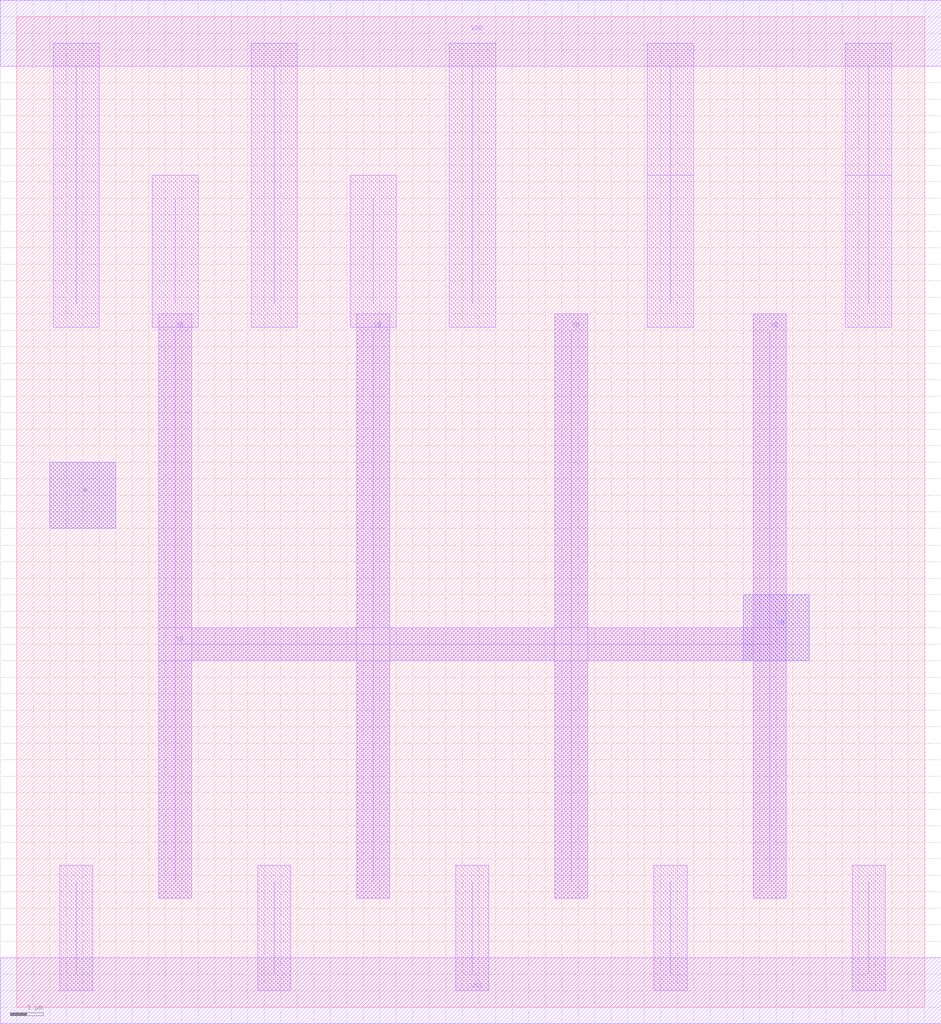
<source format=lef>
VERSION 5.5 ;
NAMESCASESENSITIVE ON ;
BUSBITCHARS "[]" ;
DIVIDERCHAR "/" ;

MACRO inv8
  CLASS CORE ;
  SOURCE USER ;
  ORIGIN 0 0 ;
  SIZE 27.500 BY 30.000 ;
  SYMMETRY X Y ;
  SITE unit ;
  
  PIN A
    USE SIGNAL ;
    PORT
      LAYER ML2 ;
        POLYGON 1.000 14.500  1.000 16.500  3.000 16.500  3.000 14.500  1.000 
        14.500  ;
    END
    PORT
      LAYER ML1 ;
        POLYGON 1.000 14.500  1.000 16.500  3.000 16.500  3.000 14.500  1.000 
        14.500  ;
    END
  END A
  PIN VDD
    USE POWER ;
    PORT
      LAYER ML1 ;
        RECT -0.500 28.500  28.000 30.500  ;
    END
  END VDD
  PIN VSS
    USE GROUND ;
    PORT
      LAYER ML1 ;
        RECT -0.500 -0.500  28.000 1.500  ;
    END
  END VSS
  PIN YB
    USE SIGNAL ;
    PORT
      LAYER ML1 ;
        WIDTH 1.000  ;
        PATH 4.800 11.000 22.800 11.000  ;
    END
    PORT
      LAYER ML1 ;
        WIDTH 1.000  ;
        PATH 4.800 20.500 4.800 3.800  ;
    END
    PORT
      LAYER ML1 ;
        WIDTH 1.000  ;
        PATH 10.800 20.500 10.800 3.800  ;
    END
    PORT
      LAYER ML1 ;
        WIDTH 1.000  ;
        PATH 16.800 20.500 16.800 3.800  ;
    END
    PORT
      LAYER ML1 ;
        POLYGON 22.000 10.500  22.000 12.500  24.000 12.500  24.000 10.500  
        22.000 10.500  ;
    END
    PORT
      LAYER ML2 ;
        POLYGON 22.000 10.500  22.000 12.500  24.000 12.500  24.000 10.500  
        22.000 10.500  ;
    END
    PORT
      LAYER ML1 ;
        WIDTH 1.000  ;
        PATH 22.800 20.500 22.800 3.800  ;
    END
  END YB
  OBS

    LAYER ML1 ;
      WIDTH 1.000  ;
      PATH 1.800 1.000 1.800 3.800  ;
      WIDTH 1.400  ;
      PATH 1.800 21.300 1.800 28.500  ;
      WIDTH 1.000  ;
      PATH 4.800 20.500 4.800 3.800  ;
      WIDTH 1.400  ;
      PATH 4.800 21.300 4.800 24.500  ;
      WIDTH 1.000  ;
      PATH 7.800 1.000 7.800 3.800  ;
      WIDTH 1.400  ;
      PATH 7.800 21.300 7.800 28.500  ;
      WIDTH 1.000  ;
      PATH 10.800 20.500 10.800 3.800  ;
      WIDTH 1.400  ;
      PATH 10.800 21.300 10.800 24.500  ;

      WIDTH 1.400  ;
      PATH 13.800 21.300 13.800 28.500  ;
      WIDTH 1.000  ;
      PATH 4.800 11.000 22.800 11.000  ;
      WIDTH 1.000  ;
      PATH 13.800 1.000 13.800 3.800  ;
      WIDTH 1.000  ;
      PATH 16.800 20.500 16.800 3.800  ;
      WIDTH 1.400  ;
      PATH 19.800 21.300 19.800 24.500  ;
      WIDTH 1.400  ;
      PATH 19.800 21.300 19.800 28.500  ;
      WIDTH 1.000  ;
      PATH 19.800 1.000 19.800 3.800  ;
      WIDTH 1.000  ;
      PATH 22.800 20.500 22.800 3.800  ;
      WIDTH 1.400  ;
      PATH 25.800 21.300 25.800 24.500  ;
      WIDTH 1.400  ;
      PATH 25.800 21.300 25.800 28.500  ;
      WIDTH 1.000  ;
      PATH 25.800 1.000 25.800 3.800  ;

    VIA 1.800 3.800  dcont ;
    VIA 1.800 22.500  dcont ;
    VIA 1.800 20.500  dcont ;
    VIA 1.800 24.500  dcont ;
    VIA 4.800 3.800  dcont ;
    VIA 4.800 22.500  dcont ;
    VIA 4.800 20.500  dcont ;
    VIA 4.800 24.500  dcont ;
    VIA 7.800 3.800  dcont ;
    VIA 7.800 20.500  dcont ;
    VIA 7.800 22.500  dcont ;
    VIA 7.800 24.500  dcont ;
    VIA 10.800 24.500  dcont ;
    VIA 10.800 20.500  dcont ;
    VIA 10.800 22.500  dcont ;
    VIA 10.800 3.800  dcont ;
    VIA 13.800 20.500  dcont ;
    VIA 13.800 22.500  dcont ;
    VIA 13.800 24.500  dcont ;
    VIA 13.800 3.800  dcont ;
    VIA 16.800 24.500  dcont ;
    VIA 16.800 20.500  dcont ;
    VIA 16.800 22.500  dcont ;
    VIA 16.800 3.800  dcont ;
    VIA 19.800 24.500  dcont ;
    VIA 19.800 20.500  dcont ;
    VIA 19.800 22.500  dcont ;
    VIA 19.800 3.800  dcont ;
    VIA 22.800 24.500  dcont ;
    VIA 22.800 22.500  dcont ;
    VIA 22.800 20.500  dcont ;
    VIA 22.800 3.800  dcont ;
    VIA 25.800 22.500  dcont ;
    VIA 25.800 20.500  dcont ;
    VIA 25.800 24.500  dcont ;
    VIA 25.800 3.800  dcont ;
    VIA 5.000 29.500  nsubcont ;
    VIA 18.300 0.500  psubcont ;
    VIA 2.000 15.500  pcont ;
    VIA 5.000 0.500  psubcont ;
    VIA 19.100 29.500  nsubcont ;
  END
END inv8

MACRO dcont
  CLASS CORE ;
  OBS
    LAYER ML1 ;
      RECT -1.000 -1.000  1.000 1.000  ;
  END
END dcont

MACRO nsubcont
  CLASS CORE ;
  OBS
    LAYER ML1 ;
      RECT -1.000 -1.000  1.000 1.000  ;
  END
END nsubcont

MACRO psubcont
  CLASS CORE ;
  OBS
    LAYER ML1 ;
      RECT -1.000 -1.000  1.000 1.000  ;
  END
END psubcont

MACRO pcont
  CLASS CORE ;
  OBS
    LAYER ML1 ;
      RECT -1.000 -1.000  1.000 1.000  ;
  END
END pcont


END LIBRARY

</source>
